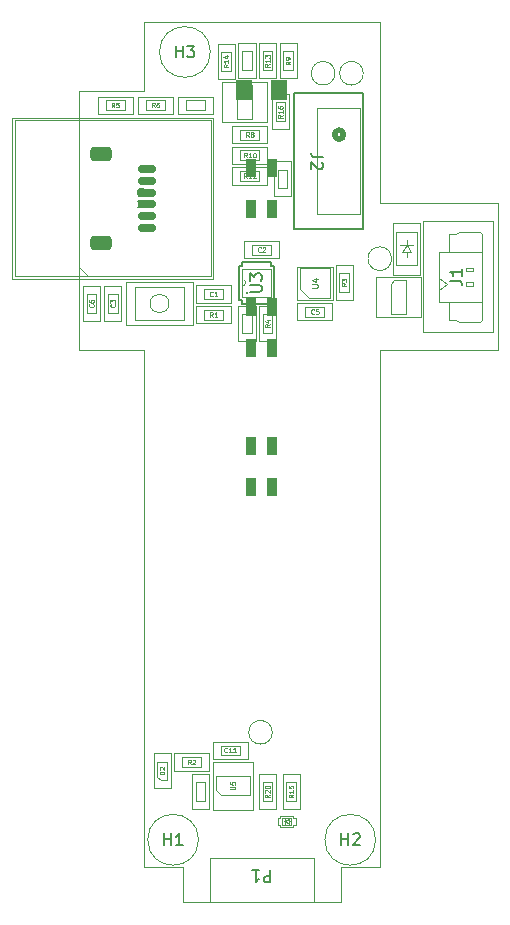
<source format=gbp>
%TF.GenerationSoftware,KiCad,Pcbnew,7.0.7*%
%TF.CreationDate,2023-10-18T20:35:36-04:00*%
%TF.ProjectId,room_environment_monitor,726f6f6d-5f65-46e7-9669-726f6e6d656e,rev?*%
%TF.SameCoordinates,Original*%
%TF.FileFunction,Paste,Bot*%
%TF.FilePolarity,Positive*%
%FSLAX46Y46*%
G04 Gerber Fmt 4.6, Leading zero omitted, Abs format (unit mm)*
G04 Created by KiCad (PCBNEW 7.0.7) date 2023-10-18 20:35:36*
%MOMM*%
%LPD*%
G01*
G04 APERTURE LIST*
G04 Aperture macros list*
%AMRoundRect*
0 Rectangle with rounded corners*
0 $1 Rounding radius*
0 $2 $3 $4 $5 $6 $7 $8 $9 X,Y pos of 4 corners*
0 Add a 4 corners polygon primitive as box body*
4,1,4,$2,$3,$4,$5,$6,$7,$8,$9,$2,$3,0*
0 Add four circle primitives for the rounded corners*
1,1,$1+$1,$2,$3*
1,1,$1+$1,$4,$5*
1,1,$1+$1,$6,$7*
1,1,$1+$1,$8,$9*
0 Add four rect primitives between the rounded corners*
20,1,$1+$1,$2,$3,$4,$5,0*
20,1,$1+$1,$4,$5,$6,$7,0*
20,1,$1+$1,$6,$7,$8,$9,0*
20,1,$1+$1,$8,$9,$2,$3,0*%
G04 Aperture macros list end*
%ADD10R,0.850000X1.600000*%
%ADD11RoundRect,0.150000X0.625000X-0.150000X0.625000X0.150000X-0.625000X0.150000X-0.625000X-0.150000X0*%
%ADD12RoundRect,0.250000X0.650000X-0.350000X0.650000X0.350000X-0.650000X0.350000X-0.650000X-0.350000X0*%
%ADD13RoundRect,0.250001X0.462499X0.624999X-0.462499X0.624999X-0.462499X-0.624999X0.462499X-0.624999X0*%
%TA.AperFunction,Profile*%
%ADD14C,0.100000*%
%TD*%
%ADD15C,0.050000*%
%ADD16C,0.152400*%
%ADD17C,0.060000*%
%ADD18C,0.150000*%
%ADD19C,0.075000*%
%ADD20C,0.100000*%
%ADD21C,0.025400*%
%ADD22C,0.508000*%
G04 APERTURE END LIST*
D10*
%TO.C,D4*%
X110875000Y-97600000D03*
X109125000Y-97600000D03*
X109125000Y-94100000D03*
X110875000Y-94100000D03*
%TD*%
D11*
%TO.C,J3*%
X100250000Y-87400000D03*
X100250000Y-86400000D03*
X100250000Y-85400000D03*
X100250000Y-84400000D03*
X100250000Y-83400000D03*
X100250000Y-82400000D03*
D12*
X96375000Y-88700000D03*
X96375000Y-81100000D03*
%TD*%
D10*
%TO.C,D3*%
X110875000Y-85800000D03*
X109125000Y-85800000D03*
X109125000Y-82300000D03*
X110875000Y-82300000D03*
%TD*%
%TO.C,D5*%
X110875000Y-109350000D03*
X109125000Y-109350000D03*
X109125000Y-105850000D03*
X110875000Y-105850000D03*
%TD*%
D13*
%TO.C,D6*%
X111500000Y-75750000D03*
X108525000Y-75750000D03*
%TD*%
D14*
X120000000Y-70000000D02*
X120000000Y-85250000D01*
X103300000Y-144500000D02*
X103300000Y-141500000D01*
X120000000Y-85250000D02*
X130000000Y-85250000D01*
X100000000Y-70000000D02*
X120000000Y-70000000D01*
X100000000Y-75800000D02*
X100000000Y-70000000D01*
X100000000Y-97750000D02*
X94500000Y-97750000D01*
X120000000Y-97750000D02*
X120000000Y-141500000D01*
X130000000Y-85250000D02*
X130000000Y-97750000D01*
X116700000Y-144500000D02*
X103300000Y-144500000D01*
X103300000Y-141500000D02*
X100000000Y-141500000D01*
X116700000Y-141500000D02*
X116700000Y-144500000D01*
X100000000Y-141500000D02*
X100000000Y-97750000D01*
X130000000Y-97750000D02*
X120000000Y-97750000D01*
X94500000Y-75800000D02*
X100000000Y-75800000D01*
X94500000Y-75800000D02*
X94500000Y-97750000D01*
X120000000Y-141500000D02*
X116700000Y-141500000D01*
D15*
%TO.C,R3*%
X116270000Y-93480000D02*
X116270000Y-90520000D01*
X117730000Y-93480000D02*
X116270000Y-93480000D01*
X116270000Y-90520000D02*
X117730000Y-90520000D01*
X117730000Y-90520000D02*
X117730000Y-93480000D01*
%TO.C,R9*%
X112980000Y-71770000D02*
X112980000Y-74730000D01*
X111520000Y-71770000D02*
X112980000Y-71770000D01*
X112980000Y-74730000D02*
X111520000Y-74730000D01*
X111520000Y-74730000D02*
X111520000Y-71770000D01*
%TO.C,R13*%
X111230000Y-71770000D02*
X111230000Y-74730000D01*
X109770000Y-71770000D02*
X111230000Y-71770000D01*
X111230000Y-74730000D02*
X109770000Y-74730000D01*
X109770000Y-74730000D02*
X109770000Y-71770000D01*
%TO.C,R8*%
X110480000Y-80230000D02*
X107520000Y-80230000D01*
X110480000Y-78770000D02*
X110480000Y-80230000D01*
X107520000Y-80230000D02*
X107520000Y-78770000D01*
X107520000Y-78770000D02*
X110480000Y-78770000D01*
%TO.C,C1*%
X104445000Y-92270000D02*
X107405000Y-92270000D01*
X104445000Y-93730000D02*
X104445000Y-92270000D01*
X107405000Y-92270000D02*
X107405000Y-93730000D01*
X107405000Y-93730000D02*
X104445000Y-93730000D01*
%TO.C,H1*%
X104650000Y-139200000D02*
G75*
G03*
X104650000Y-139200000I-2150000J0D01*
G01*
%TO.C,C2*%
X108520000Y-88520000D02*
X111480000Y-88520000D01*
X108520000Y-89980000D02*
X108520000Y-88520000D01*
X111480000Y-88520000D02*
X111480000Y-89980000D01*
X111480000Y-89980000D02*
X108520000Y-89980000D01*
%TO.C,Q3*%
X119642500Y-91550000D02*
X119642500Y-94950000D01*
X119642500Y-94950000D02*
X123482500Y-94950000D01*
X123482500Y-91550000D02*
X119642500Y-91550000D01*
X123482500Y-94950000D02*
X123482500Y-91550000D01*
%TO.C,U5*%
X105875000Y-136675000D02*
X109275000Y-136675000D01*
X109275000Y-136675000D02*
X109275000Y-132575000D01*
X105875000Y-132575000D02*
X105875000Y-136675000D01*
X109275000Y-132575000D02*
X105875000Y-132575000D01*
%TO.C,R11*%
X107520000Y-82270000D02*
X110480000Y-82270000D01*
X107520000Y-83730000D02*
X107520000Y-82270000D01*
X110480000Y-82270000D02*
X110480000Y-83730000D01*
X110480000Y-83730000D02*
X107520000Y-83730000D01*
%TO.C,U4*%
X112985000Y-93485000D02*
X112985000Y-90665000D01*
X116065000Y-93485000D02*
X112985000Y-93485000D01*
X112985000Y-90665000D02*
X116065000Y-90665000D01*
X116065000Y-90665000D02*
X116065000Y-93485000D01*
%TO.C,TP4*%
X110900000Y-130100000D02*
G75*
G03*
X110900000Y-130100000I-1000000J0D01*
G01*
D16*
%TO.C,U3*%
X108318201Y-93834200D02*
X108318201Y-93529400D01*
X110781801Y-93834200D02*
X108318201Y-93834200D01*
X110781801Y-93834200D02*
X110781801Y-93529400D01*
X108076801Y-93529400D02*
X108076801Y-90583000D01*
X108318201Y-93529400D02*
X108076801Y-93529400D01*
X111023201Y-93529400D02*
X110781801Y-93529400D01*
X108076801Y-90583000D02*
X108318201Y-90583000D01*
X110781801Y-90583000D02*
X111023201Y-90583000D01*
X111023201Y-90583000D02*
X111023201Y-93529400D01*
X108318201Y-90278200D02*
X108318201Y-90583000D01*
X108318201Y-90278200D02*
X110781801Y-90278200D01*
X110781801Y-90278200D02*
X110781801Y-90583000D01*
D15*
%TO.C,H2*%
X119650000Y-139200000D02*
G75*
G03*
X119650000Y-139200000I-2150000J0D01*
G01*
%TO.C,C7*%
X112480000Y-81770000D02*
X112480000Y-84730000D01*
X111020000Y-81770000D02*
X112480000Y-81770000D01*
X112480000Y-84730000D02*
X111020000Y-84730000D01*
X111020000Y-84730000D02*
X111020000Y-81770000D01*
%TO.C,H3*%
X105650000Y-72500000D02*
G75*
G03*
X105650000Y-72500000I-2150000J0D01*
G01*
%TO.C,R15*%
X111770000Y-136605000D02*
X111770000Y-133645000D01*
X113230000Y-136605000D02*
X111770000Y-136605000D01*
X111770000Y-133645000D02*
X113230000Y-133645000D01*
X113230000Y-133645000D02*
X113230000Y-136605000D01*
%TO.C,U2*%
X88900000Y-91700000D02*
X88900000Y-78100000D01*
X105900000Y-91700000D02*
X88900000Y-91700000D01*
X88900000Y-78100000D02*
X105900000Y-78100000D01*
X105900000Y-78100000D02*
X105900000Y-91700000D01*
D16*
%TO.C,J2*%
X118608200Y-76002199D02*
X112715400Y-76002199D01*
X112715400Y-76002199D02*
X112715400Y-87497801D01*
X118608200Y-87497801D02*
X118608200Y-76002199D01*
X112715400Y-87497801D02*
X118608200Y-87497801D01*
D15*
%TO.C,TP2*%
X118600000Y-74300000D02*
G75*
G03*
X118600000Y-74300000I-1000000J0D01*
G01*
%TO.C,C11*%
X105845000Y-130895000D02*
X108805000Y-130895000D01*
X105845000Y-132355000D02*
X105845000Y-130895000D01*
X108805000Y-130895000D02*
X108805000Y-132355000D01*
X108805000Y-132355000D02*
X105845000Y-132355000D01*
%TO.C,D7*%
X111375000Y-137370000D02*
X111375000Y-137930000D01*
X111375000Y-137930000D02*
X111575000Y-137930000D01*
X111575000Y-137200000D02*
X112675000Y-137200000D01*
X111575000Y-137370000D02*
X111375000Y-137370000D01*
X111575000Y-137370000D02*
X111575000Y-137200000D01*
X111575000Y-138100000D02*
X111575000Y-137930000D01*
X112675000Y-137200000D02*
X112675000Y-137370000D01*
X112675000Y-137370000D02*
X112875000Y-137370000D01*
X112675000Y-137930000D02*
X112675000Y-138100000D01*
X112675000Y-138100000D02*
X111575000Y-138100000D01*
X112875000Y-137370000D02*
X112875000Y-137930000D01*
X112875000Y-137930000D02*
X112675000Y-137930000D01*
%TO.C,R12*%
X109480000Y-71770000D02*
X109480000Y-74730000D01*
X108020000Y-71770000D02*
X109480000Y-71770000D01*
X109480000Y-74730000D02*
X108020000Y-74730000D01*
X108020000Y-74730000D02*
X108020000Y-71770000D01*
%TO.C,R14*%
X106270000Y-74767500D02*
X106270000Y-71807500D01*
X107730000Y-74767500D02*
X106270000Y-74767500D01*
X106270000Y-71807500D02*
X107730000Y-71807500D01*
X107730000Y-71807500D02*
X107730000Y-74767500D01*
%TO.C,R10*%
X107520000Y-80520000D02*
X110480000Y-80520000D01*
X107520000Y-81980000D02*
X107520000Y-80520000D01*
X110480000Y-80520000D02*
X110480000Y-81980000D01*
X110480000Y-81980000D02*
X107520000Y-81980000D01*
%TO.C,R1*%
X107405000Y-95480000D02*
X104445000Y-95480000D01*
X107405000Y-94020000D02*
X107405000Y-95480000D01*
X104445000Y-95480000D02*
X104445000Y-94020000D01*
X104445000Y-94020000D02*
X107405000Y-94020000D01*
%TO.C,R20*%
X109770000Y-136605000D02*
X109770000Y-133645000D01*
X111230000Y-136605000D02*
X109770000Y-136605000D01*
X109770000Y-133645000D02*
X111230000Y-133645000D01*
X111230000Y-133645000D02*
X111230000Y-136605000D01*
%TO.C,D2*%
X100845000Y-134855000D02*
X100845000Y-131895000D01*
X102305000Y-134855000D02*
X100845000Y-134855000D01*
X100845000Y-131895000D02*
X102305000Y-131895000D01*
X102305000Y-131895000D02*
X102305000Y-134855000D01*
%TO.C,C10*%
X104095000Y-136605000D02*
X104095000Y-133645000D01*
X105555000Y-136605000D02*
X104095000Y-136605000D01*
X104095000Y-133645000D02*
X105555000Y-133645000D01*
X105555000Y-133645000D02*
X105555000Y-136605000D01*
%TO.C,R5*%
X99080000Y-77730000D02*
X96120000Y-77730000D01*
X99080000Y-76270000D02*
X99080000Y-77730000D01*
X96120000Y-77730000D02*
X96120000Y-76270000D01*
X96120000Y-76270000D02*
X99080000Y-76270000D01*
%TO.C,J1*%
X123675000Y-96245000D02*
X129575000Y-96245000D01*
X129575000Y-96245000D02*
X129575000Y-86805000D01*
X123675000Y-86805000D02*
X123675000Y-96245000D01*
X129575000Y-86805000D02*
X123675000Y-86805000D01*
%TO.C,R6*%
X99520000Y-76270000D02*
X102480000Y-76270000D01*
X99520000Y-77730000D02*
X99520000Y-76270000D01*
X102480000Y-76270000D02*
X102480000Y-77730000D01*
X102480000Y-77730000D02*
X99520000Y-77730000D01*
%TO.C,R16*%
X112330000Y-76095000D02*
X112330000Y-79055000D01*
X110870000Y-76095000D02*
X112330000Y-76095000D01*
X112330000Y-79055000D02*
X110870000Y-79055000D01*
X110870000Y-79055000D02*
X110870000Y-76095000D01*
%TO.C,C5*%
X115980000Y-95230000D02*
X113020000Y-95230000D01*
X115980000Y-93770000D02*
X115980000Y-95230000D01*
X113020000Y-95230000D02*
X113020000Y-93770000D01*
X113020000Y-93770000D02*
X115980000Y-93770000D01*
%TO.C,SW1*%
X104150000Y-95600000D02*
X98550000Y-95600000D01*
X104150000Y-92000000D02*
X104150000Y-95600000D01*
X98550000Y-95600000D02*
X98550000Y-92000000D01*
X98550000Y-92000000D02*
X104150000Y-92000000D01*
%TO.C,R2*%
X105555000Y-133355000D02*
X102595000Y-133355000D01*
X105555000Y-131895000D02*
X105555000Y-133355000D01*
X102595000Y-133355000D02*
X102595000Y-131895000D01*
X102595000Y-131895000D02*
X105555000Y-131895000D01*
%TO.C,C4*%
X109480000Y-94020000D02*
X109480000Y-96980000D01*
X108020000Y-94020000D02*
X109480000Y-94020000D01*
X109480000Y-96980000D02*
X108020000Y-96980000D01*
X108020000Y-96980000D02*
X108020000Y-94020000D01*
%TO.C,R4*%
X109770000Y-96980000D02*
X109770000Y-94020000D01*
X111230000Y-96980000D02*
X109770000Y-96980000D01*
X109770000Y-94020000D02*
X111230000Y-94020000D01*
X111230000Y-94020000D02*
X111230000Y-96980000D01*
%TO.C,C3*%
X98130000Y-92320000D02*
X98130000Y-95280000D01*
X96670000Y-92320000D02*
X98130000Y-92320000D01*
X98130000Y-95280000D02*
X96670000Y-95280000D01*
X96670000Y-95280000D02*
X96670000Y-92320000D01*
%TO.C,TP3*%
X116200000Y-74300000D02*
G75*
G03*
X116200000Y-74300000I-1000000J0D01*
G01*
%TO.C,C6*%
X96330000Y-92320000D02*
X96330000Y-95280000D01*
X94870000Y-92320000D02*
X96330000Y-92320000D01*
X96330000Y-95280000D02*
X94870000Y-95280000D01*
X94870000Y-95280000D02*
X94870000Y-92320000D01*
%TO.C,D1*%
X123425000Y-86950000D02*
X121125000Y-86950000D01*
X123425000Y-86950000D02*
X123425000Y-91350000D01*
X123425000Y-91350000D02*
X121125000Y-91350000D01*
X121125000Y-91350000D02*
X121125000Y-86950000D01*
%TO.C,R7*%
X102920000Y-76270000D02*
X105880000Y-76270000D01*
X102920000Y-77730000D02*
X102920000Y-76270000D01*
X105880000Y-76270000D02*
X105880000Y-77730000D01*
X105880000Y-77730000D02*
X102920000Y-77730000D01*
%TO.C,TP1*%
X121000000Y-90000000D02*
G75*
G03*
X121000000Y-90000000I-1000000J0D01*
G01*
%TO.C,Q1*%
X106642500Y-75050000D02*
X106642500Y-78450000D01*
X106642500Y-78450000D02*
X110482500Y-78450000D01*
X110482500Y-75050000D02*
X106642500Y-75050000D01*
X110482500Y-78450000D02*
X110482500Y-75050000D01*
%TD*%
D17*
X117181927Y-92066666D02*
X116991451Y-92199999D01*
X117181927Y-92295237D02*
X116781927Y-92295237D01*
X116781927Y-92295237D02*
X116781927Y-92142856D01*
X116781927Y-92142856D02*
X116800975Y-92104761D01*
X116800975Y-92104761D02*
X116820022Y-92085714D01*
X116820022Y-92085714D02*
X116858118Y-92066666D01*
X116858118Y-92066666D02*
X116915260Y-92066666D01*
X116915260Y-92066666D02*
X116953356Y-92085714D01*
X116953356Y-92085714D02*
X116972403Y-92104761D01*
X116972403Y-92104761D02*
X116991451Y-92142856D01*
X116991451Y-92142856D02*
X116991451Y-92295237D01*
X116781927Y-91933333D02*
X116781927Y-91685714D01*
X116781927Y-91685714D02*
X116934308Y-91819047D01*
X116934308Y-91819047D02*
X116934308Y-91761904D01*
X116934308Y-91761904D02*
X116953356Y-91723809D01*
X116953356Y-91723809D02*
X116972403Y-91704761D01*
X116972403Y-91704761D02*
X117010499Y-91685714D01*
X117010499Y-91685714D02*
X117105737Y-91685714D01*
X117105737Y-91685714D02*
X117143832Y-91704761D01*
X117143832Y-91704761D02*
X117162880Y-91723809D01*
X117162880Y-91723809D02*
X117181927Y-91761904D01*
X117181927Y-91761904D02*
X117181927Y-91876190D01*
X117181927Y-91876190D02*
X117162880Y-91914285D01*
X117162880Y-91914285D02*
X117143832Y-91933333D01*
X112431927Y-73316666D02*
X112241451Y-73449999D01*
X112431927Y-73545237D02*
X112031927Y-73545237D01*
X112031927Y-73545237D02*
X112031927Y-73392856D01*
X112031927Y-73392856D02*
X112050975Y-73354761D01*
X112050975Y-73354761D02*
X112070022Y-73335714D01*
X112070022Y-73335714D02*
X112108118Y-73316666D01*
X112108118Y-73316666D02*
X112165260Y-73316666D01*
X112165260Y-73316666D02*
X112203356Y-73335714D01*
X112203356Y-73335714D02*
X112222403Y-73354761D01*
X112222403Y-73354761D02*
X112241451Y-73392856D01*
X112241451Y-73392856D02*
X112241451Y-73545237D01*
X112431927Y-73126190D02*
X112431927Y-73049999D01*
X112431927Y-73049999D02*
X112412880Y-73011904D01*
X112412880Y-73011904D02*
X112393832Y-72992856D01*
X112393832Y-72992856D02*
X112336689Y-72954761D01*
X112336689Y-72954761D02*
X112260499Y-72935714D01*
X112260499Y-72935714D02*
X112108118Y-72935714D01*
X112108118Y-72935714D02*
X112070022Y-72954761D01*
X112070022Y-72954761D02*
X112050975Y-72973809D01*
X112050975Y-72973809D02*
X112031927Y-73011904D01*
X112031927Y-73011904D02*
X112031927Y-73088095D01*
X112031927Y-73088095D02*
X112050975Y-73126190D01*
X112050975Y-73126190D02*
X112070022Y-73145237D01*
X112070022Y-73145237D02*
X112108118Y-73164285D01*
X112108118Y-73164285D02*
X112203356Y-73164285D01*
X112203356Y-73164285D02*
X112241451Y-73145237D01*
X112241451Y-73145237D02*
X112260499Y-73126190D01*
X112260499Y-73126190D02*
X112279546Y-73088095D01*
X112279546Y-73088095D02*
X112279546Y-73011904D01*
X112279546Y-73011904D02*
X112260499Y-72973809D01*
X112260499Y-72973809D02*
X112241451Y-72954761D01*
X112241451Y-72954761D02*
X112203356Y-72935714D01*
X110681927Y-73507142D02*
X110491451Y-73640475D01*
X110681927Y-73735713D02*
X110281927Y-73735713D01*
X110281927Y-73735713D02*
X110281927Y-73583332D01*
X110281927Y-73583332D02*
X110300975Y-73545237D01*
X110300975Y-73545237D02*
X110320022Y-73526190D01*
X110320022Y-73526190D02*
X110358118Y-73507142D01*
X110358118Y-73507142D02*
X110415260Y-73507142D01*
X110415260Y-73507142D02*
X110453356Y-73526190D01*
X110453356Y-73526190D02*
X110472403Y-73545237D01*
X110472403Y-73545237D02*
X110491451Y-73583332D01*
X110491451Y-73583332D02*
X110491451Y-73735713D01*
X110681927Y-73126190D02*
X110681927Y-73354761D01*
X110681927Y-73240475D02*
X110281927Y-73240475D01*
X110281927Y-73240475D02*
X110339070Y-73278571D01*
X110339070Y-73278571D02*
X110377165Y-73316666D01*
X110377165Y-73316666D02*
X110396213Y-73354761D01*
X110281927Y-72992857D02*
X110281927Y-72745238D01*
X110281927Y-72745238D02*
X110434308Y-72878571D01*
X110434308Y-72878571D02*
X110434308Y-72821428D01*
X110434308Y-72821428D02*
X110453356Y-72783333D01*
X110453356Y-72783333D02*
X110472403Y-72764285D01*
X110472403Y-72764285D02*
X110510499Y-72745238D01*
X110510499Y-72745238D02*
X110605737Y-72745238D01*
X110605737Y-72745238D02*
X110643832Y-72764285D01*
X110643832Y-72764285D02*
X110662880Y-72783333D01*
X110662880Y-72783333D02*
X110681927Y-72821428D01*
X110681927Y-72821428D02*
X110681927Y-72935714D01*
X110681927Y-72935714D02*
X110662880Y-72973809D01*
X110662880Y-72973809D02*
X110643832Y-72992857D01*
X108933333Y-79681927D02*
X108800000Y-79491451D01*
X108704762Y-79681927D02*
X108704762Y-79281927D01*
X108704762Y-79281927D02*
X108857143Y-79281927D01*
X108857143Y-79281927D02*
X108895238Y-79300975D01*
X108895238Y-79300975D02*
X108914285Y-79320022D01*
X108914285Y-79320022D02*
X108933333Y-79358118D01*
X108933333Y-79358118D02*
X108933333Y-79415260D01*
X108933333Y-79415260D02*
X108914285Y-79453356D01*
X108914285Y-79453356D02*
X108895238Y-79472403D01*
X108895238Y-79472403D02*
X108857143Y-79491451D01*
X108857143Y-79491451D02*
X108704762Y-79491451D01*
X109161904Y-79453356D02*
X109123809Y-79434308D01*
X109123809Y-79434308D02*
X109104762Y-79415260D01*
X109104762Y-79415260D02*
X109085714Y-79377165D01*
X109085714Y-79377165D02*
X109085714Y-79358118D01*
X109085714Y-79358118D02*
X109104762Y-79320022D01*
X109104762Y-79320022D02*
X109123809Y-79300975D01*
X109123809Y-79300975D02*
X109161904Y-79281927D01*
X109161904Y-79281927D02*
X109238095Y-79281927D01*
X109238095Y-79281927D02*
X109276190Y-79300975D01*
X109276190Y-79300975D02*
X109295238Y-79320022D01*
X109295238Y-79320022D02*
X109314285Y-79358118D01*
X109314285Y-79358118D02*
X109314285Y-79377165D01*
X109314285Y-79377165D02*
X109295238Y-79415260D01*
X109295238Y-79415260D02*
X109276190Y-79434308D01*
X109276190Y-79434308D02*
X109238095Y-79453356D01*
X109238095Y-79453356D02*
X109161904Y-79453356D01*
X109161904Y-79453356D02*
X109123809Y-79472403D01*
X109123809Y-79472403D02*
X109104762Y-79491451D01*
X109104762Y-79491451D02*
X109085714Y-79529546D01*
X109085714Y-79529546D02*
X109085714Y-79605737D01*
X109085714Y-79605737D02*
X109104762Y-79643832D01*
X109104762Y-79643832D02*
X109123809Y-79662880D01*
X109123809Y-79662880D02*
X109161904Y-79681927D01*
X109161904Y-79681927D02*
X109238095Y-79681927D01*
X109238095Y-79681927D02*
X109276190Y-79662880D01*
X109276190Y-79662880D02*
X109295238Y-79643832D01*
X109295238Y-79643832D02*
X109314285Y-79605737D01*
X109314285Y-79605737D02*
X109314285Y-79529546D01*
X109314285Y-79529546D02*
X109295238Y-79491451D01*
X109295238Y-79491451D02*
X109276190Y-79472403D01*
X109276190Y-79472403D02*
X109238095Y-79453356D01*
X105858333Y-93143832D02*
X105839285Y-93162880D01*
X105839285Y-93162880D02*
X105782143Y-93181927D01*
X105782143Y-93181927D02*
X105744047Y-93181927D01*
X105744047Y-93181927D02*
X105686904Y-93162880D01*
X105686904Y-93162880D02*
X105648809Y-93124784D01*
X105648809Y-93124784D02*
X105629762Y-93086689D01*
X105629762Y-93086689D02*
X105610714Y-93010499D01*
X105610714Y-93010499D02*
X105610714Y-92953356D01*
X105610714Y-92953356D02*
X105629762Y-92877165D01*
X105629762Y-92877165D02*
X105648809Y-92839070D01*
X105648809Y-92839070D02*
X105686904Y-92800975D01*
X105686904Y-92800975D02*
X105744047Y-92781927D01*
X105744047Y-92781927D02*
X105782143Y-92781927D01*
X105782143Y-92781927D02*
X105839285Y-92800975D01*
X105839285Y-92800975D02*
X105858333Y-92820022D01*
X106239285Y-93181927D02*
X106010714Y-93181927D01*
X106125000Y-93181927D02*
X106125000Y-92781927D01*
X106125000Y-92781927D02*
X106086904Y-92839070D01*
X106086904Y-92839070D02*
X106048809Y-92877165D01*
X106048809Y-92877165D02*
X106010714Y-92896213D01*
D18*
X101738095Y-139654819D02*
X101738095Y-138654819D01*
X101738095Y-139131009D02*
X102309523Y-139131009D01*
X102309523Y-139654819D02*
X102309523Y-138654819D01*
X103309523Y-139654819D02*
X102738095Y-139654819D01*
X103023809Y-139654819D02*
X103023809Y-138654819D01*
X103023809Y-138654819D02*
X102928571Y-138797676D01*
X102928571Y-138797676D02*
X102833333Y-138892914D01*
X102833333Y-138892914D02*
X102738095Y-138940533D01*
D17*
X109933333Y-89393832D02*
X109914285Y-89412880D01*
X109914285Y-89412880D02*
X109857143Y-89431927D01*
X109857143Y-89431927D02*
X109819047Y-89431927D01*
X109819047Y-89431927D02*
X109761904Y-89412880D01*
X109761904Y-89412880D02*
X109723809Y-89374784D01*
X109723809Y-89374784D02*
X109704762Y-89336689D01*
X109704762Y-89336689D02*
X109685714Y-89260499D01*
X109685714Y-89260499D02*
X109685714Y-89203356D01*
X109685714Y-89203356D02*
X109704762Y-89127165D01*
X109704762Y-89127165D02*
X109723809Y-89089070D01*
X109723809Y-89089070D02*
X109761904Y-89050975D01*
X109761904Y-89050975D02*
X109819047Y-89031927D01*
X109819047Y-89031927D02*
X109857143Y-89031927D01*
X109857143Y-89031927D02*
X109914285Y-89050975D01*
X109914285Y-89050975D02*
X109933333Y-89070022D01*
X110085714Y-89070022D02*
X110104762Y-89050975D01*
X110104762Y-89050975D02*
X110142857Y-89031927D01*
X110142857Y-89031927D02*
X110238095Y-89031927D01*
X110238095Y-89031927D02*
X110276190Y-89050975D01*
X110276190Y-89050975D02*
X110295238Y-89070022D01*
X110295238Y-89070022D02*
X110314285Y-89108118D01*
X110314285Y-89108118D02*
X110314285Y-89146213D01*
X110314285Y-89146213D02*
X110295238Y-89203356D01*
X110295238Y-89203356D02*
X110066666Y-89431927D01*
X110066666Y-89431927D02*
X110314285Y-89431927D01*
X107356927Y-134929761D02*
X107680737Y-134929761D01*
X107680737Y-134929761D02*
X107718832Y-134910714D01*
X107718832Y-134910714D02*
X107737880Y-134891666D01*
X107737880Y-134891666D02*
X107756927Y-134853571D01*
X107756927Y-134853571D02*
X107756927Y-134777380D01*
X107756927Y-134777380D02*
X107737880Y-134739285D01*
X107737880Y-134739285D02*
X107718832Y-134720238D01*
X107718832Y-134720238D02*
X107680737Y-134701190D01*
X107680737Y-134701190D02*
X107356927Y-134701190D01*
X107356927Y-134320237D02*
X107356927Y-134510713D01*
X107356927Y-134510713D02*
X107547403Y-134529761D01*
X107547403Y-134529761D02*
X107528356Y-134510713D01*
X107528356Y-134510713D02*
X107509308Y-134472618D01*
X107509308Y-134472618D02*
X107509308Y-134377380D01*
X107509308Y-134377380D02*
X107528356Y-134339285D01*
X107528356Y-134339285D02*
X107547403Y-134320237D01*
X107547403Y-134320237D02*
X107585499Y-134301190D01*
X107585499Y-134301190D02*
X107680737Y-134301190D01*
X107680737Y-134301190D02*
X107718832Y-134320237D01*
X107718832Y-134320237D02*
X107737880Y-134339285D01*
X107737880Y-134339285D02*
X107756927Y-134377380D01*
X107756927Y-134377380D02*
X107756927Y-134472618D01*
X107756927Y-134472618D02*
X107737880Y-134510713D01*
X107737880Y-134510713D02*
X107718832Y-134529761D01*
X108742857Y-83181927D02*
X108609524Y-82991451D01*
X108514286Y-83181927D02*
X108514286Y-82781927D01*
X108514286Y-82781927D02*
X108666667Y-82781927D01*
X108666667Y-82781927D02*
X108704762Y-82800975D01*
X108704762Y-82800975D02*
X108723809Y-82820022D01*
X108723809Y-82820022D02*
X108742857Y-82858118D01*
X108742857Y-82858118D02*
X108742857Y-82915260D01*
X108742857Y-82915260D02*
X108723809Y-82953356D01*
X108723809Y-82953356D02*
X108704762Y-82972403D01*
X108704762Y-82972403D02*
X108666667Y-82991451D01*
X108666667Y-82991451D02*
X108514286Y-82991451D01*
X109123809Y-83181927D02*
X108895238Y-83181927D01*
X109009524Y-83181927D02*
X109009524Y-82781927D01*
X109009524Y-82781927D02*
X108971428Y-82839070D01*
X108971428Y-82839070D02*
X108933333Y-82877165D01*
X108933333Y-82877165D02*
X108895238Y-82896213D01*
X109504761Y-83181927D02*
X109276190Y-83181927D01*
X109390476Y-83181927D02*
X109390476Y-82781927D01*
X109390476Y-82781927D02*
X109352380Y-82839070D01*
X109352380Y-82839070D02*
X109314285Y-82877165D01*
X109314285Y-82877165D02*
X109276190Y-82896213D01*
D18*
X110738094Y-141795182D02*
X110738094Y-142795182D01*
X110738094Y-142795182D02*
X110357142Y-142795182D01*
X110357142Y-142795182D02*
X110261904Y-142747563D01*
X110261904Y-142747563D02*
X110214285Y-142699944D01*
X110214285Y-142699944D02*
X110166666Y-142604706D01*
X110166666Y-142604706D02*
X110166666Y-142461849D01*
X110166666Y-142461849D02*
X110214285Y-142366611D01*
X110214285Y-142366611D02*
X110261904Y-142318992D01*
X110261904Y-142318992D02*
X110357142Y-142271373D01*
X110357142Y-142271373D02*
X110738094Y-142271373D01*
X109214285Y-141795182D02*
X109785713Y-141795182D01*
X109499999Y-141795182D02*
X109499999Y-142795182D01*
X109499999Y-142795182D02*
X109595237Y-142652325D01*
X109595237Y-142652325D02*
X109690475Y-142557087D01*
X109690475Y-142557087D02*
X109785713Y-142509468D01*
D19*
X114252409Y-92455952D02*
X114657171Y-92455952D01*
X114657171Y-92455952D02*
X114704790Y-92432142D01*
X114704790Y-92432142D02*
X114728600Y-92408333D01*
X114728600Y-92408333D02*
X114752409Y-92360714D01*
X114752409Y-92360714D02*
X114752409Y-92265476D01*
X114752409Y-92265476D02*
X114728600Y-92217857D01*
X114728600Y-92217857D02*
X114704790Y-92194047D01*
X114704790Y-92194047D02*
X114657171Y-92170238D01*
X114657171Y-92170238D02*
X114252409Y-92170238D01*
X114419076Y-91717856D02*
X114752409Y-91717856D01*
X114228600Y-91836904D02*
X114585742Y-91955951D01*
X114585742Y-91955951D02*
X114585742Y-91646428D01*
D18*
X109004820Y-92818104D02*
X109814343Y-92818104D01*
X109814343Y-92818104D02*
X109909581Y-92770485D01*
X109909581Y-92770485D02*
X109957201Y-92722866D01*
X109957201Y-92722866D02*
X110004820Y-92627628D01*
X110004820Y-92627628D02*
X110004820Y-92437152D01*
X110004820Y-92437152D02*
X109957201Y-92341914D01*
X109957201Y-92341914D02*
X109909581Y-92294295D01*
X109909581Y-92294295D02*
X109814343Y-92246676D01*
X109814343Y-92246676D02*
X109004820Y-92246676D01*
X109004820Y-91865723D02*
X109004820Y-91246676D01*
X109004820Y-91246676D02*
X109385772Y-91580009D01*
X109385772Y-91580009D02*
X109385772Y-91437152D01*
X109385772Y-91437152D02*
X109433391Y-91341914D01*
X109433391Y-91341914D02*
X109481010Y-91294295D01*
X109481010Y-91294295D02*
X109576248Y-91246676D01*
X109576248Y-91246676D02*
X109814343Y-91246676D01*
X109814343Y-91246676D02*
X109909581Y-91294295D01*
X109909581Y-91294295D02*
X109957201Y-91341914D01*
X109957201Y-91341914D02*
X110004820Y-91437152D01*
X110004820Y-91437152D02*
X110004820Y-91722866D01*
X110004820Y-91722866D02*
X109957201Y-91818104D01*
X109957201Y-91818104D02*
X109909581Y-91865723D01*
X116738095Y-139654819D02*
X116738095Y-138654819D01*
X116738095Y-139131009D02*
X117309523Y-139131009D01*
X117309523Y-139654819D02*
X117309523Y-138654819D01*
X117738095Y-138750057D02*
X117785714Y-138702438D01*
X117785714Y-138702438D02*
X117880952Y-138654819D01*
X117880952Y-138654819D02*
X118119047Y-138654819D01*
X118119047Y-138654819D02*
X118214285Y-138702438D01*
X118214285Y-138702438D02*
X118261904Y-138750057D01*
X118261904Y-138750057D02*
X118309523Y-138845295D01*
X118309523Y-138845295D02*
X118309523Y-138940533D01*
X118309523Y-138940533D02*
X118261904Y-139083390D01*
X118261904Y-139083390D02*
X117690476Y-139654819D01*
X117690476Y-139654819D02*
X118309523Y-139654819D01*
X102738095Y-72954819D02*
X102738095Y-71954819D01*
X102738095Y-72431009D02*
X103309523Y-72431009D01*
X103309523Y-72954819D02*
X103309523Y-71954819D01*
X103690476Y-71954819D02*
X104309523Y-71954819D01*
X104309523Y-71954819D02*
X103976190Y-72335771D01*
X103976190Y-72335771D02*
X104119047Y-72335771D01*
X104119047Y-72335771D02*
X104214285Y-72383390D01*
X104214285Y-72383390D02*
X104261904Y-72431009D01*
X104261904Y-72431009D02*
X104309523Y-72526247D01*
X104309523Y-72526247D02*
X104309523Y-72764342D01*
X104309523Y-72764342D02*
X104261904Y-72859580D01*
X104261904Y-72859580D02*
X104214285Y-72907200D01*
X104214285Y-72907200D02*
X104119047Y-72954819D01*
X104119047Y-72954819D02*
X103833333Y-72954819D01*
X103833333Y-72954819D02*
X103738095Y-72907200D01*
X103738095Y-72907200D02*
X103690476Y-72859580D01*
D17*
X112681927Y-135382142D02*
X112491451Y-135515475D01*
X112681927Y-135610713D02*
X112281927Y-135610713D01*
X112281927Y-135610713D02*
X112281927Y-135458332D01*
X112281927Y-135458332D02*
X112300975Y-135420237D01*
X112300975Y-135420237D02*
X112320022Y-135401190D01*
X112320022Y-135401190D02*
X112358118Y-135382142D01*
X112358118Y-135382142D02*
X112415260Y-135382142D01*
X112415260Y-135382142D02*
X112453356Y-135401190D01*
X112453356Y-135401190D02*
X112472403Y-135420237D01*
X112472403Y-135420237D02*
X112491451Y-135458332D01*
X112491451Y-135458332D02*
X112491451Y-135610713D01*
X112681927Y-135001190D02*
X112681927Y-135229761D01*
X112681927Y-135115475D02*
X112281927Y-135115475D01*
X112281927Y-135115475D02*
X112339070Y-135153571D01*
X112339070Y-135153571D02*
X112377165Y-135191666D01*
X112377165Y-135191666D02*
X112396213Y-135229761D01*
X112281927Y-134639285D02*
X112281927Y-134829761D01*
X112281927Y-134829761D02*
X112472403Y-134848809D01*
X112472403Y-134848809D02*
X112453356Y-134829761D01*
X112453356Y-134829761D02*
X112434308Y-134791666D01*
X112434308Y-134791666D02*
X112434308Y-134696428D01*
X112434308Y-134696428D02*
X112453356Y-134658333D01*
X112453356Y-134658333D02*
X112472403Y-134639285D01*
X112472403Y-134639285D02*
X112510499Y-134620238D01*
X112510499Y-134620238D02*
X112605737Y-134620238D01*
X112605737Y-134620238D02*
X112643832Y-134639285D01*
X112643832Y-134639285D02*
X112662880Y-134658333D01*
X112662880Y-134658333D02*
X112681927Y-134696428D01*
X112681927Y-134696428D02*
X112681927Y-134791666D01*
X112681927Y-134791666D02*
X112662880Y-134829761D01*
X112662880Y-134829761D02*
X112643832Y-134848809D01*
D18*
X99554819Y-85661904D02*
X100364342Y-85661904D01*
X100364342Y-85661904D02*
X100459580Y-85614285D01*
X100459580Y-85614285D02*
X100507200Y-85566666D01*
X100507200Y-85566666D02*
X100554819Y-85471428D01*
X100554819Y-85471428D02*
X100554819Y-85280952D01*
X100554819Y-85280952D02*
X100507200Y-85185714D01*
X100507200Y-85185714D02*
X100459580Y-85138095D01*
X100459580Y-85138095D02*
X100364342Y-85090476D01*
X100364342Y-85090476D02*
X99554819Y-85090476D01*
X99650057Y-84661904D02*
X99602438Y-84614285D01*
X99602438Y-84614285D02*
X99554819Y-84519047D01*
X99554819Y-84519047D02*
X99554819Y-84280952D01*
X99554819Y-84280952D02*
X99602438Y-84185714D01*
X99602438Y-84185714D02*
X99650057Y-84138095D01*
X99650057Y-84138095D02*
X99745295Y-84090476D01*
X99745295Y-84090476D02*
X99840533Y-84090476D01*
X99840533Y-84090476D02*
X99983390Y-84138095D01*
X99983390Y-84138095D02*
X100554819Y-84709523D01*
X100554819Y-84709523D02*
X100554819Y-84090476D01*
X115190980Y-81416666D02*
X114476695Y-81416666D01*
X114476695Y-81416666D02*
X114333838Y-81369047D01*
X114333838Y-81369047D02*
X114238600Y-81273809D01*
X114238600Y-81273809D02*
X114190980Y-81130952D01*
X114190980Y-81130952D02*
X114190980Y-81035714D01*
X115095742Y-81845238D02*
X115143361Y-81892857D01*
X115143361Y-81892857D02*
X115190980Y-81988095D01*
X115190980Y-81988095D02*
X115190980Y-82226190D01*
X115190980Y-82226190D02*
X115143361Y-82321428D01*
X115143361Y-82321428D02*
X115095742Y-82369047D01*
X115095742Y-82369047D02*
X115000504Y-82416666D01*
X115000504Y-82416666D02*
X114905266Y-82416666D01*
X114905266Y-82416666D02*
X114762409Y-82369047D01*
X114762409Y-82369047D02*
X114190980Y-81797619D01*
X114190980Y-81797619D02*
X114190980Y-82416666D01*
D17*
X107067857Y-131768832D02*
X107048809Y-131787880D01*
X107048809Y-131787880D02*
X106991667Y-131806927D01*
X106991667Y-131806927D02*
X106953571Y-131806927D01*
X106953571Y-131806927D02*
X106896428Y-131787880D01*
X106896428Y-131787880D02*
X106858333Y-131749784D01*
X106858333Y-131749784D02*
X106839286Y-131711689D01*
X106839286Y-131711689D02*
X106820238Y-131635499D01*
X106820238Y-131635499D02*
X106820238Y-131578356D01*
X106820238Y-131578356D02*
X106839286Y-131502165D01*
X106839286Y-131502165D02*
X106858333Y-131464070D01*
X106858333Y-131464070D02*
X106896428Y-131425975D01*
X106896428Y-131425975D02*
X106953571Y-131406927D01*
X106953571Y-131406927D02*
X106991667Y-131406927D01*
X106991667Y-131406927D02*
X107048809Y-131425975D01*
X107048809Y-131425975D02*
X107067857Y-131445022D01*
X107448809Y-131806927D02*
X107220238Y-131806927D01*
X107334524Y-131806927D02*
X107334524Y-131406927D01*
X107334524Y-131406927D02*
X107296428Y-131464070D01*
X107296428Y-131464070D02*
X107258333Y-131502165D01*
X107258333Y-131502165D02*
X107220238Y-131521213D01*
X107829761Y-131806927D02*
X107601190Y-131806927D01*
X107715476Y-131806927D02*
X107715476Y-131406927D01*
X107715476Y-131406927D02*
X107677380Y-131464070D01*
X107677380Y-131464070D02*
X107639285Y-131502165D01*
X107639285Y-131502165D02*
X107601190Y-131521213D01*
X107181927Y-73544642D02*
X106991451Y-73677975D01*
X107181927Y-73773213D02*
X106781927Y-73773213D01*
X106781927Y-73773213D02*
X106781927Y-73620832D01*
X106781927Y-73620832D02*
X106800975Y-73582737D01*
X106800975Y-73582737D02*
X106820022Y-73563690D01*
X106820022Y-73563690D02*
X106858118Y-73544642D01*
X106858118Y-73544642D02*
X106915260Y-73544642D01*
X106915260Y-73544642D02*
X106953356Y-73563690D01*
X106953356Y-73563690D02*
X106972403Y-73582737D01*
X106972403Y-73582737D02*
X106991451Y-73620832D01*
X106991451Y-73620832D02*
X106991451Y-73773213D01*
X107181927Y-73163690D02*
X107181927Y-73392261D01*
X107181927Y-73277975D02*
X106781927Y-73277975D01*
X106781927Y-73277975D02*
X106839070Y-73316071D01*
X106839070Y-73316071D02*
X106877165Y-73354166D01*
X106877165Y-73354166D02*
X106896213Y-73392261D01*
X106915260Y-72820833D02*
X107181927Y-72820833D01*
X106762880Y-72916071D02*
X107048594Y-73011309D01*
X107048594Y-73011309D02*
X107048594Y-72763690D01*
X108742857Y-81431927D02*
X108609524Y-81241451D01*
X108514286Y-81431927D02*
X108514286Y-81031927D01*
X108514286Y-81031927D02*
X108666667Y-81031927D01*
X108666667Y-81031927D02*
X108704762Y-81050975D01*
X108704762Y-81050975D02*
X108723809Y-81070022D01*
X108723809Y-81070022D02*
X108742857Y-81108118D01*
X108742857Y-81108118D02*
X108742857Y-81165260D01*
X108742857Y-81165260D02*
X108723809Y-81203356D01*
X108723809Y-81203356D02*
X108704762Y-81222403D01*
X108704762Y-81222403D02*
X108666667Y-81241451D01*
X108666667Y-81241451D02*
X108514286Y-81241451D01*
X109123809Y-81431927D02*
X108895238Y-81431927D01*
X109009524Y-81431927D02*
X109009524Y-81031927D01*
X109009524Y-81031927D02*
X108971428Y-81089070D01*
X108971428Y-81089070D02*
X108933333Y-81127165D01*
X108933333Y-81127165D02*
X108895238Y-81146213D01*
X109371428Y-81031927D02*
X109409523Y-81031927D01*
X109409523Y-81031927D02*
X109447619Y-81050975D01*
X109447619Y-81050975D02*
X109466666Y-81070022D01*
X109466666Y-81070022D02*
X109485714Y-81108118D01*
X109485714Y-81108118D02*
X109504761Y-81184308D01*
X109504761Y-81184308D02*
X109504761Y-81279546D01*
X109504761Y-81279546D02*
X109485714Y-81355737D01*
X109485714Y-81355737D02*
X109466666Y-81393832D01*
X109466666Y-81393832D02*
X109447619Y-81412880D01*
X109447619Y-81412880D02*
X109409523Y-81431927D01*
X109409523Y-81431927D02*
X109371428Y-81431927D01*
X109371428Y-81431927D02*
X109333333Y-81412880D01*
X109333333Y-81412880D02*
X109314285Y-81393832D01*
X109314285Y-81393832D02*
X109295238Y-81355737D01*
X109295238Y-81355737D02*
X109276190Y-81279546D01*
X109276190Y-81279546D02*
X109276190Y-81184308D01*
X109276190Y-81184308D02*
X109295238Y-81108118D01*
X109295238Y-81108118D02*
X109314285Y-81070022D01*
X109314285Y-81070022D02*
X109333333Y-81050975D01*
X109333333Y-81050975D02*
X109371428Y-81031927D01*
X105858333Y-94931927D02*
X105725000Y-94741451D01*
X105629762Y-94931927D02*
X105629762Y-94531927D01*
X105629762Y-94531927D02*
X105782143Y-94531927D01*
X105782143Y-94531927D02*
X105820238Y-94550975D01*
X105820238Y-94550975D02*
X105839285Y-94570022D01*
X105839285Y-94570022D02*
X105858333Y-94608118D01*
X105858333Y-94608118D02*
X105858333Y-94665260D01*
X105858333Y-94665260D02*
X105839285Y-94703356D01*
X105839285Y-94703356D02*
X105820238Y-94722403D01*
X105820238Y-94722403D02*
X105782143Y-94741451D01*
X105782143Y-94741451D02*
X105629762Y-94741451D01*
X106239285Y-94931927D02*
X106010714Y-94931927D01*
X106125000Y-94931927D02*
X106125000Y-94531927D01*
X106125000Y-94531927D02*
X106086904Y-94589070D01*
X106086904Y-94589070D02*
X106048809Y-94627165D01*
X106048809Y-94627165D02*
X106010714Y-94646213D01*
X110681927Y-135382142D02*
X110491451Y-135515475D01*
X110681927Y-135610713D02*
X110281927Y-135610713D01*
X110281927Y-135610713D02*
X110281927Y-135458332D01*
X110281927Y-135458332D02*
X110300975Y-135420237D01*
X110300975Y-135420237D02*
X110320022Y-135401190D01*
X110320022Y-135401190D02*
X110358118Y-135382142D01*
X110358118Y-135382142D02*
X110415260Y-135382142D01*
X110415260Y-135382142D02*
X110453356Y-135401190D01*
X110453356Y-135401190D02*
X110472403Y-135420237D01*
X110472403Y-135420237D02*
X110491451Y-135458332D01*
X110491451Y-135458332D02*
X110491451Y-135610713D01*
X110320022Y-135229761D02*
X110300975Y-135210713D01*
X110300975Y-135210713D02*
X110281927Y-135172618D01*
X110281927Y-135172618D02*
X110281927Y-135077380D01*
X110281927Y-135077380D02*
X110300975Y-135039285D01*
X110300975Y-135039285D02*
X110320022Y-135020237D01*
X110320022Y-135020237D02*
X110358118Y-135001190D01*
X110358118Y-135001190D02*
X110396213Y-135001190D01*
X110396213Y-135001190D02*
X110453356Y-135020237D01*
X110453356Y-135020237D02*
X110681927Y-135248809D01*
X110681927Y-135248809D02*
X110681927Y-135001190D01*
X110281927Y-134753571D02*
X110281927Y-134715476D01*
X110281927Y-134715476D02*
X110300975Y-134677380D01*
X110300975Y-134677380D02*
X110320022Y-134658333D01*
X110320022Y-134658333D02*
X110358118Y-134639285D01*
X110358118Y-134639285D02*
X110434308Y-134620238D01*
X110434308Y-134620238D02*
X110529546Y-134620238D01*
X110529546Y-134620238D02*
X110605737Y-134639285D01*
X110605737Y-134639285D02*
X110643832Y-134658333D01*
X110643832Y-134658333D02*
X110662880Y-134677380D01*
X110662880Y-134677380D02*
X110681927Y-134715476D01*
X110681927Y-134715476D02*
X110681927Y-134753571D01*
X110681927Y-134753571D02*
X110662880Y-134791666D01*
X110662880Y-134791666D02*
X110643832Y-134810714D01*
X110643832Y-134810714D02*
X110605737Y-134829761D01*
X110605737Y-134829761D02*
X110529546Y-134848809D01*
X110529546Y-134848809D02*
X110434308Y-134848809D01*
X110434308Y-134848809D02*
X110358118Y-134829761D01*
X110358118Y-134829761D02*
X110320022Y-134810714D01*
X110320022Y-134810714D02*
X110300975Y-134791666D01*
X110300975Y-134791666D02*
X110281927Y-134753571D01*
X101756927Y-133670237D02*
X101356927Y-133670237D01*
X101356927Y-133670237D02*
X101356927Y-133574999D01*
X101356927Y-133574999D02*
X101375975Y-133517856D01*
X101375975Y-133517856D02*
X101414070Y-133479761D01*
X101414070Y-133479761D02*
X101452165Y-133460714D01*
X101452165Y-133460714D02*
X101528356Y-133441666D01*
X101528356Y-133441666D02*
X101585499Y-133441666D01*
X101585499Y-133441666D02*
X101661689Y-133460714D01*
X101661689Y-133460714D02*
X101699784Y-133479761D01*
X101699784Y-133479761D02*
X101737880Y-133517856D01*
X101737880Y-133517856D02*
X101756927Y-133574999D01*
X101756927Y-133574999D02*
X101756927Y-133670237D01*
X101395022Y-133289285D02*
X101375975Y-133270237D01*
X101375975Y-133270237D02*
X101356927Y-133232142D01*
X101356927Y-133232142D02*
X101356927Y-133136904D01*
X101356927Y-133136904D02*
X101375975Y-133098809D01*
X101375975Y-133098809D02*
X101395022Y-133079761D01*
X101395022Y-133079761D02*
X101433118Y-133060714D01*
X101433118Y-133060714D02*
X101471213Y-133060714D01*
X101471213Y-133060714D02*
X101528356Y-133079761D01*
X101528356Y-133079761D02*
X101756927Y-133308333D01*
X101756927Y-133308333D02*
X101756927Y-133060714D01*
X97533333Y-77181927D02*
X97400000Y-76991451D01*
X97304762Y-77181927D02*
X97304762Y-76781927D01*
X97304762Y-76781927D02*
X97457143Y-76781927D01*
X97457143Y-76781927D02*
X97495238Y-76800975D01*
X97495238Y-76800975D02*
X97514285Y-76820022D01*
X97514285Y-76820022D02*
X97533333Y-76858118D01*
X97533333Y-76858118D02*
X97533333Y-76915260D01*
X97533333Y-76915260D02*
X97514285Y-76953356D01*
X97514285Y-76953356D02*
X97495238Y-76972403D01*
X97495238Y-76972403D02*
X97457143Y-76991451D01*
X97457143Y-76991451D02*
X97304762Y-76991451D01*
X97895238Y-76781927D02*
X97704762Y-76781927D01*
X97704762Y-76781927D02*
X97685714Y-76972403D01*
X97685714Y-76972403D02*
X97704762Y-76953356D01*
X97704762Y-76953356D02*
X97742857Y-76934308D01*
X97742857Y-76934308D02*
X97838095Y-76934308D01*
X97838095Y-76934308D02*
X97876190Y-76953356D01*
X97876190Y-76953356D02*
X97895238Y-76972403D01*
X97895238Y-76972403D02*
X97914285Y-77010499D01*
X97914285Y-77010499D02*
X97914285Y-77105737D01*
X97914285Y-77105737D02*
X97895238Y-77143832D01*
X97895238Y-77143832D02*
X97876190Y-77162880D01*
X97876190Y-77162880D02*
X97838095Y-77181927D01*
X97838095Y-77181927D02*
X97742857Y-77181927D01*
X97742857Y-77181927D02*
X97704762Y-77162880D01*
X97704762Y-77162880D02*
X97685714Y-77143832D01*
D18*
X125929819Y-91858333D02*
X126644104Y-91858333D01*
X126644104Y-91858333D02*
X126786961Y-91905952D01*
X126786961Y-91905952D02*
X126882200Y-92001190D01*
X126882200Y-92001190D02*
X126929819Y-92144047D01*
X126929819Y-92144047D02*
X126929819Y-92239285D01*
X126929819Y-90858333D02*
X126929819Y-91429761D01*
X126929819Y-91144047D02*
X125929819Y-91144047D01*
X125929819Y-91144047D02*
X126072676Y-91239285D01*
X126072676Y-91239285D02*
X126167914Y-91334523D01*
X126167914Y-91334523D02*
X126215533Y-91429761D01*
D17*
X100933333Y-77181927D02*
X100800000Y-76991451D01*
X100704762Y-77181927D02*
X100704762Y-76781927D01*
X100704762Y-76781927D02*
X100857143Y-76781927D01*
X100857143Y-76781927D02*
X100895238Y-76800975D01*
X100895238Y-76800975D02*
X100914285Y-76820022D01*
X100914285Y-76820022D02*
X100933333Y-76858118D01*
X100933333Y-76858118D02*
X100933333Y-76915260D01*
X100933333Y-76915260D02*
X100914285Y-76953356D01*
X100914285Y-76953356D02*
X100895238Y-76972403D01*
X100895238Y-76972403D02*
X100857143Y-76991451D01*
X100857143Y-76991451D02*
X100704762Y-76991451D01*
X101276190Y-76781927D02*
X101200000Y-76781927D01*
X101200000Y-76781927D02*
X101161904Y-76800975D01*
X101161904Y-76800975D02*
X101142857Y-76820022D01*
X101142857Y-76820022D02*
X101104762Y-76877165D01*
X101104762Y-76877165D02*
X101085714Y-76953356D01*
X101085714Y-76953356D02*
X101085714Y-77105737D01*
X101085714Y-77105737D02*
X101104762Y-77143832D01*
X101104762Y-77143832D02*
X101123809Y-77162880D01*
X101123809Y-77162880D02*
X101161904Y-77181927D01*
X101161904Y-77181927D02*
X101238095Y-77181927D01*
X101238095Y-77181927D02*
X101276190Y-77162880D01*
X101276190Y-77162880D02*
X101295238Y-77143832D01*
X101295238Y-77143832D02*
X101314285Y-77105737D01*
X101314285Y-77105737D02*
X101314285Y-77010499D01*
X101314285Y-77010499D02*
X101295238Y-76972403D01*
X101295238Y-76972403D02*
X101276190Y-76953356D01*
X101276190Y-76953356D02*
X101238095Y-76934308D01*
X101238095Y-76934308D02*
X101161904Y-76934308D01*
X101161904Y-76934308D02*
X101123809Y-76953356D01*
X101123809Y-76953356D02*
X101104762Y-76972403D01*
X101104762Y-76972403D02*
X101085714Y-77010499D01*
X111781927Y-77832142D02*
X111591451Y-77965475D01*
X111781927Y-78060713D02*
X111381927Y-78060713D01*
X111381927Y-78060713D02*
X111381927Y-77908332D01*
X111381927Y-77908332D02*
X111400975Y-77870237D01*
X111400975Y-77870237D02*
X111420022Y-77851190D01*
X111420022Y-77851190D02*
X111458118Y-77832142D01*
X111458118Y-77832142D02*
X111515260Y-77832142D01*
X111515260Y-77832142D02*
X111553356Y-77851190D01*
X111553356Y-77851190D02*
X111572403Y-77870237D01*
X111572403Y-77870237D02*
X111591451Y-77908332D01*
X111591451Y-77908332D02*
X111591451Y-78060713D01*
X111781927Y-77451190D02*
X111781927Y-77679761D01*
X111781927Y-77565475D02*
X111381927Y-77565475D01*
X111381927Y-77565475D02*
X111439070Y-77603571D01*
X111439070Y-77603571D02*
X111477165Y-77641666D01*
X111477165Y-77641666D02*
X111496213Y-77679761D01*
X111381927Y-77108333D02*
X111381927Y-77184523D01*
X111381927Y-77184523D02*
X111400975Y-77222619D01*
X111400975Y-77222619D02*
X111420022Y-77241666D01*
X111420022Y-77241666D02*
X111477165Y-77279761D01*
X111477165Y-77279761D02*
X111553356Y-77298809D01*
X111553356Y-77298809D02*
X111705737Y-77298809D01*
X111705737Y-77298809D02*
X111743832Y-77279761D01*
X111743832Y-77279761D02*
X111762880Y-77260714D01*
X111762880Y-77260714D02*
X111781927Y-77222619D01*
X111781927Y-77222619D02*
X111781927Y-77146428D01*
X111781927Y-77146428D02*
X111762880Y-77108333D01*
X111762880Y-77108333D02*
X111743832Y-77089285D01*
X111743832Y-77089285D02*
X111705737Y-77070238D01*
X111705737Y-77070238D02*
X111610499Y-77070238D01*
X111610499Y-77070238D02*
X111572403Y-77089285D01*
X111572403Y-77089285D02*
X111553356Y-77108333D01*
X111553356Y-77108333D02*
X111534308Y-77146428D01*
X111534308Y-77146428D02*
X111534308Y-77222619D01*
X111534308Y-77222619D02*
X111553356Y-77260714D01*
X111553356Y-77260714D02*
X111572403Y-77279761D01*
X111572403Y-77279761D02*
X111610499Y-77298809D01*
X114433333Y-94643832D02*
X114414285Y-94662880D01*
X114414285Y-94662880D02*
X114357143Y-94681927D01*
X114357143Y-94681927D02*
X114319047Y-94681927D01*
X114319047Y-94681927D02*
X114261904Y-94662880D01*
X114261904Y-94662880D02*
X114223809Y-94624784D01*
X114223809Y-94624784D02*
X114204762Y-94586689D01*
X114204762Y-94586689D02*
X114185714Y-94510499D01*
X114185714Y-94510499D02*
X114185714Y-94453356D01*
X114185714Y-94453356D02*
X114204762Y-94377165D01*
X114204762Y-94377165D02*
X114223809Y-94339070D01*
X114223809Y-94339070D02*
X114261904Y-94300975D01*
X114261904Y-94300975D02*
X114319047Y-94281927D01*
X114319047Y-94281927D02*
X114357143Y-94281927D01*
X114357143Y-94281927D02*
X114414285Y-94300975D01*
X114414285Y-94300975D02*
X114433333Y-94320022D01*
X114795238Y-94281927D02*
X114604762Y-94281927D01*
X114604762Y-94281927D02*
X114585714Y-94472403D01*
X114585714Y-94472403D02*
X114604762Y-94453356D01*
X114604762Y-94453356D02*
X114642857Y-94434308D01*
X114642857Y-94434308D02*
X114738095Y-94434308D01*
X114738095Y-94434308D02*
X114776190Y-94453356D01*
X114776190Y-94453356D02*
X114795238Y-94472403D01*
X114795238Y-94472403D02*
X114814285Y-94510499D01*
X114814285Y-94510499D02*
X114814285Y-94605737D01*
X114814285Y-94605737D02*
X114795238Y-94643832D01*
X114795238Y-94643832D02*
X114776190Y-94662880D01*
X114776190Y-94662880D02*
X114738095Y-94681927D01*
X114738095Y-94681927D02*
X114642857Y-94681927D01*
X114642857Y-94681927D02*
X114604762Y-94662880D01*
X114604762Y-94662880D02*
X114585714Y-94643832D01*
X104008333Y-132806927D02*
X103875000Y-132616451D01*
X103779762Y-132806927D02*
X103779762Y-132406927D01*
X103779762Y-132406927D02*
X103932143Y-132406927D01*
X103932143Y-132406927D02*
X103970238Y-132425975D01*
X103970238Y-132425975D02*
X103989285Y-132445022D01*
X103989285Y-132445022D02*
X104008333Y-132483118D01*
X104008333Y-132483118D02*
X104008333Y-132540260D01*
X104008333Y-132540260D02*
X103989285Y-132578356D01*
X103989285Y-132578356D02*
X103970238Y-132597403D01*
X103970238Y-132597403D02*
X103932143Y-132616451D01*
X103932143Y-132616451D02*
X103779762Y-132616451D01*
X104160714Y-132445022D02*
X104179762Y-132425975D01*
X104179762Y-132425975D02*
X104217857Y-132406927D01*
X104217857Y-132406927D02*
X104313095Y-132406927D01*
X104313095Y-132406927D02*
X104351190Y-132425975D01*
X104351190Y-132425975D02*
X104370238Y-132445022D01*
X104370238Y-132445022D02*
X104389285Y-132483118D01*
X104389285Y-132483118D02*
X104389285Y-132521213D01*
X104389285Y-132521213D02*
X104370238Y-132578356D01*
X104370238Y-132578356D02*
X104141666Y-132806927D01*
X104141666Y-132806927D02*
X104389285Y-132806927D01*
X110681927Y-95566666D02*
X110491451Y-95699999D01*
X110681927Y-95795237D02*
X110281927Y-95795237D01*
X110281927Y-95795237D02*
X110281927Y-95642856D01*
X110281927Y-95642856D02*
X110300975Y-95604761D01*
X110300975Y-95604761D02*
X110320022Y-95585714D01*
X110320022Y-95585714D02*
X110358118Y-95566666D01*
X110358118Y-95566666D02*
X110415260Y-95566666D01*
X110415260Y-95566666D02*
X110453356Y-95585714D01*
X110453356Y-95585714D02*
X110472403Y-95604761D01*
X110472403Y-95604761D02*
X110491451Y-95642856D01*
X110491451Y-95642856D02*
X110491451Y-95795237D01*
X110415260Y-95223809D02*
X110681927Y-95223809D01*
X110262880Y-95319047D02*
X110548594Y-95414285D01*
X110548594Y-95414285D02*
X110548594Y-95166666D01*
X97543832Y-93866666D02*
X97562880Y-93885714D01*
X97562880Y-93885714D02*
X97581927Y-93942856D01*
X97581927Y-93942856D02*
X97581927Y-93980952D01*
X97581927Y-93980952D02*
X97562880Y-94038095D01*
X97562880Y-94038095D02*
X97524784Y-94076190D01*
X97524784Y-94076190D02*
X97486689Y-94095237D01*
X97486689Y-94095237D02*
X97410499Y-94114285D01*
X97410499Y-94114285D02*
X97353356Y-94114285D01*
X97353356Y-94114285D02*
X97277165Y-94095237D01*
X97277165Y-94095237D02*
X97239070Y-94076190D01*
X97239070Y-94076190D02*
X97200975Y-94038095D01*
X97200975Y-94038095D02*
X97181927Y-93980952D01*
X97181927Y-93980952D02*
X97181927Y-93942856D01*
X97181927Y-93942856D02*
X97200975Y-93885714D01*
X97200975Y-93885714D02*
X97220022Y-93866666D01*
X97181927Y-93733333D02*
X97181927Y-93485714D01*
X97181927Y-93485714D02*
X97334308Y-93619047D01*
X97334308Y-93619047D02*
X97334308Y-93561904D01*
X97334308Y-93561904D02*
X97353356Y-93523809D01*
X97353356Y-93523809D02*
X97372403Y-93504761D01*
X97372403Y-93504761D02*
X97410499Y-93485714D01*
X97410499Y-93485714D02*
X97505737Y-93485714D01*
X97505737Y-93485714D02*
X97543832Y-93504761D01*
X97543832Y-93504761D02*
X97562880Y-93523809D01*
X97562880Y-93523809D02*
X97581927Y-93561904D01*
X97581927Y-93561904D02*
X97581927Y-93676190D01*
X97581927Y-93676190D02*
X97562880Y-93714285D01*
X97562880Y-93714285D02*
X97543832Y-93733333D01*
X95743832Y-93866666D02*
X95762880Y-93885714D01*
X95762880Y-93885714D02*
X95781927Y-93942856D01*
X95781927Y-93942856D02*
X95781927Y-93980952D01*
X95781927Y-93980952D02*
X95762880Y-94038095D01*
X95762880Y-94038095D02*
X95724784Y-94076190D01*
X95724784Y-94076190D02*
X95686689Y-94095237D01*
X95686689Y-94095237D02*
X95610499Y-94114285D01*
X95610499Y-94114285D02*
X95553356Y-94114285D01*
X95553356Y-94114285D02*
X95477165Y-94095237D01*
X95477165Y-94095237D02*
X95439070Y-94076190D01*
X95439070Y-94076190D02*
X95400975Y-94038095D01*
X95400975Y-94038095D02*
X95381927Y-93980952D01*
X95381927Y-93980952D02*
X95381927Y-93942856D01*
X95381927Y-93942856D02*
X95400975Y-93885714D01*
X95400975Y-93885714D02*
X95420022Y-93866666D01*
X95381927Y-93523809D02*
X95381927Y-93599999D01*
X95381927Y-93599999D02*
X95400975Y-93638095D01*
X95400975Y-93638095D02*
X95420022Y-93657142D01*
X95420022Y-93657142D02*
X95477165Y-93695237D01*
X95477165Y-93695237D02*
X95553356Y-93714285D01*
X95553356Y-93714285D02*
X95705737Y-93714285D01*
X95705737Y-93714285D02*
X95743832Y-93695237D01*
X95743832Y-93695237D02*
X95762880Y-93676190D01*
X95762880Y-93676190D02*
X95781927Y-93638095D01*
X95781927Y-93638095D02*
X95781927Y-93561904D01*
X95781927Y-93561904D02*
X95762880Y-93523809D01*
X95762880Y-93523809D02*
X95743832Y-93504761D01*
X95743832Y-93504761D02*
X95705737Y-93485714D01*
X95705737Y-93485714D02*
X95610499Y-93485714D01*
X95610499Y-93485714D02*
X95572403Y-93504761D01*
X95572403Y-93504761D02*
X95553356Y-93523809D01*
X95553356Y-93523809D02*
X95534308Y-93561904D01*
X95534308Y-93561904D02*
X95534308Y-93638095D01*
X95534308Y-93638095D02*
X95553356Y-93676190D01*
X95553356Y-93676190D02*
X95572403Y-93695237D01*
X95572403Y-93695237D02*
X95610499Y-93714285D01*
D20*
%TO.C,R3*%
X116587500Y-92800000D02*
X116587500Y-91200000D01*
X117412500Y-92800000D02*
X116587500Y-92800000D01*
X116587500Y-91200000D02*
X117412500Y-91200000D01*
X117412500Y-91200000D02*
X117412500Y-92800000D01*
%TO.C,R9*%
X112662500Y-72450000D02*
X112662500Y-74050000D01*
X111837500Y-72450000D02*
X112662500Y-72450000D01*
X112662500Y-74050000D02*
X111837500Y-74050000D01*
X111837500Y-74050000D02*
X111837500Y-72450000D01*
%TO.C,R13*%
X110912500Y-72450000D02*
X110912500Y-74050000D01*
X110087500Y-72450000D02*
X110912500Y-72450000D01*
X110912500Y-74050000D02*
X110087500Y-74050000D01*
X110087500Y-74050000D02*
X110087500Y-72450000D01*
%TO.C,R8*%
X109800000Y-79912500D02*
X108200000Y-79912500D01*
X109800000Y-79087500D02*
X109800000Y-79912500D01*
X108200000Y-79912500D02*
X108200000Y-79087500D01*
X108200000Y-79087500D02*
X109800000Y-79087500D01*
%TO.C,C1*%
X105125000Y-92600000D02*
X106725000Y-92600000D01*
X105125000Y-93400000D02*
X105125000Y-92600000D01*
X106725000Y-92600000D02*
X106725000Y-93400000D01*
X106725000Y-93400000D02*
X105125000Y-93400000D01*
%TO.C,C2*%
X109200000Y-88850000D02*
X110800000Y-88850000D01*
X109200000Y-89650000D02*
X109200000Y-88850000D01*
X110800000Y-88850000D02*
X110800000Y-89650000D01*
X110800000Y-89650000D02*
X109200000Y-89650000D01*
%TO.C,Q3*%
X120912500Y-92125000D02*
X121237500Y-91800000D01*
X120912500Y-94700000D02*
X120912500Y-92125000D01*
X121237500Y-91800000D02*
X122212500Y-91800000D01*
X122212500Y-91800000D02*
X122212500Y-94700000D01*
X122212500Y-94700000D02*
X120912500Y-94700000D01*
%TO.C,U5*%
X106525000Y-135425000D02*
X106125000Y-135025000D01*
X109025000Y-135425000D02*
X106525000Y-135425000D01*
X106125000Y-135025000D02*
X106125000Y-133825000D01*
X106125000Y-133825000D02*
X109025000Y-133825000D01*
X109025000Y-133825000D02*
X109025000Y-135425000D01*
%TO.C,R11*%
X108200000Y-82587500D02*
X109800000Y-82587500D01*
X108200000Y-83412500D02*
X108200000Y-82587500D01*
X109800000Y-82587500D02*
X109800000Y-83412500D01*
X109800000Y-83412500D02*
X108200000Y-83412500D01*
D21*
%TO.C,P1*%
X114400000Y-144500000D02*
X114400000Y-140776700D01*
X114400000Y-140780000D02*
X105600000Y-140780000D01*
X105600000Y-144500000D02*
X114400000Y-144500000D01*
X105600000Y-140780000D02*
X105600000Y-144500000D01*
D20*
%TO.C,U4*%
X114025000Y-93325000D02*
X113275000Y-92575000D01*
X115775000Y-93325000D02*
X114025000Y-93325000D01*
X113275000Y-92575000D02*
X113275000Y-90825000D01*
X113275000Y-90825000D02*
X115775000Y-90825000D01*
X115775000Y-90825000D02*
X115775000Y-93325000D01*
D21*
%TO.C,U3*%
X108330801Y-93275400D02*
X110769201Y-93275400D01*
X110769201Y-93275400D02*
X110769201Y-90837000D01*
X108330801Y-90837000D02*
X108330801Y-93275400D01*
X110769201Y-90837000D02*
X108330801Y-90837000D01*
X108330801Y-92361000D02*
G75*
G03*
X108330801Y-91751400I0J304800D01*
G01*
X108826201Y-92919800D02*
G75*
G03*
X108826201Y-92919800I-76200J0D01*
G01*
D20*
%TO.C,C7*%
X112150000Y-82450000D02*
X112150000Y-84050000D01*
X111350000Y-82450000D02*
X112150000Y-82450000D01*
X112150000Y-84050000D02*
X111350000Y-84050000D01*
X111350000Y-84050000D02*
X111350000Y-82450000D01*
%TO.C,R15*%
X112087500Y-135925000D02*
X112087500Y-134325000D01*
X112912500Y-135925000D02*
X112087500Y-135925000D01*
X112087500Y-134325000D02*
X112912500Y-134325000D01*
X112912500Y-134325000D02*
X112912500Y-135925000D01*
%TO.C,U2*%
X105700000Y-91500000D02*
X89100000Y-91500000D01*
X105700000Y-91500000D02*
X105700000Y-78300000D01*
X94500000Y-90700000D02*
X95300000Y-91500000D01*
X89100000Y-78300000D02*
X89100000Y-91500000D01*
X94500000Y-78300000D02*
X94500000Y-91500000D01*
X105700000Y-78300000D02*
X89100000Y-78300000D01*
D21*
%TO.C,J2*%
X118354200Y-77254200D02*
X114645800Y-77254200D01*
X114645800Y-77254200D02*
X114645800Y-86245800D01*
X118354200Y-86245800D02*
X118354200Y-77254200D01*
X114645800Y-86245800D02*
X118354200Y-86245800D01*
D22*
X116931800Y-79500000D02*
G75*
G03*
X116931800Y-79500000I-381000J0D01*
G01*
D20*
%TO.C,C11*%
X106525000Y-131225000D02*
X108125000Y-131225000D01*
X106525000Y-132025000D02*
X106525000Y-131225000D01*
X108125000Y-131225000D02*
X108125000Y-132025000D01*
X108125000Y-132025000D02*
X106525000Y-132025000D01*
%TO.C,D7*%
X111725000Y-137350000D02*
X112525000Y-137350000D01*
X111725000Y-137950000D02*
X111725000Y-137350000D01*
X111975000Y-137650000D02*
X111875000Y-137650000D01*
X111975000Y-137650000D02*
X112275000Y-137850000D01*
X111975000Y-137850000D02*
X111975000Y-137450000D01*
X112275000Y-137450000D02*
X111975000Y-137650000D01*
X112275000Y-137650000D02*
X112375000Y-137650000D01*
X112275000Y-137850000D02*
X112275000Y-137450000D01*
X112525000Y-137350000D02*
X112525000Y-137950000D01*
X112525000Y-137950000D02*
X111725000Y-137950000D01*
%TO.C,R12*%
X109162500Y-72450000D02*
X109162500Y-74050000D01*
X108337500Y-72450000D02*
X109162500Y-72450000D01*
X109162500Y-74050000D02*
X108337500Y-74050000D01*
X108337500Y-74050000D02*
X108337500Y-72450000D01*
%TO.C,R14*%
X106587500Y-74087500D02*
X106587500Y-72487500D01*
X107412500Y-74087500D02*
X106587500Y-74087500D01*
X106587500Y-72487500D02*
X107412500Y-72487500D01*
X107412500Y-72487500D02*
X107412500Y-74087500D01*
%TO.C,R10*%
X108200000Y-80837500D02*
X109800000Y-80837500D01*
X108200000Y-81662500D02*
X108200000Y-80837500D01*
X109800000Y-80837500D02*
X109800000Y-81662500D01*
X109800000Y-81662500D02*
X108200000Y-81662500D01*
%TO.C,R1*%
X106725000Y-95162500D02*
X105125000Y-95162500D01*
X106725000Y-94337500D02*
X106725000Y-95162500D01*
X105125000Y-95162500D02*
X105125000Y-94337500D01*
X105125000Y-94337500D02*
X106725000Y-94337500D01*
%TO.C,R20*%
X110087500Y-135925000D02*
X110087500Y-134325000D01*
X110912500Y-135925000D02*
X110087500Y-135925000D01*
X110087500Y-134325000D02*
X110912500Y-134325000D01*
X110912500Y-134325000D02*
X110912500Y-135925000D01*
%TO.C,D2*%
X101475000Y-134175000D02*
X101975000Y-134175000D01*
X101975000Y-134175000D02*
X101975000Y-132575000D01*
X101175000Y-133875000D02*
X101475000Y-134175000D01*
X101175000Y-132575000D02*
X101175000Y-133875000D01*
X101975000Y-132575000D02*
X101175000Y-132575000D01*
%TO.C,C10*%
X104425000Y-135925000D02*
X104425000Y-134325000D01*
X105225000Y-135925000D02*
X104425000Y-135925000D01*
X104425000Y-134325000D02*
X105225000Y-134325000D01*
X105225000Y-134325000D02*
X105225000Y-135925000D01*
%TO.C,R5*%
X98400000Y-77412500D02*
X96800000Y-77412500D01*
X98400000Y-76587500D02*
X98400000Y-77412500D01*
X96800000Y-77412500D02*
X96800000Y-76587500D01*
X96800000Y-76587500D02*
X98400000Y-76587500D01*
%TO.C,J1*%
X126675000Y-95350000D02*
X126475000Y-95150000D01*
X128475000Y-95350000D02*
X126675000Y-95350000D01*
X125875000Y-95150000D02*
X125875000Y-93650000D01*
X126475000Y-95150000D02*
X125875000Y-95150000D01*
X128675000Y-95150000D02*
X128475000Y-95350000D01*
X124975000Y-93650000D02*
X128675000Y-93650000D01*
X124975000Y-93650000D02*
X124975000Y-89400000D01*
X128675000Y-93650000D02*
X128675000Y-95150000D01*
X128675000Y-93650000D02*
X128675000Y-89400000D01*
X124975000Y-92650000D02*
X125682107Y-92150000D01*
X127300000Y-92300000D02*
X127900000Y-92300000D01*
X127900000Y-92300000D02*
X127900000Y-92000000D01*
X125682107Y-92150000D02*
X124975000Y-91650000D01*
X127300000Y-92000000D02*
X127300000Y-92300000D01*
X127900000Y-92000000D02*
X127300000Y-92000000D01*
X127300000Y-91050000D02*
X127900000Y-91050000D01*
X127900000Y-91050000D02*
X127900000Y-90750000D01*
X127300000Y-90750000D02*
X127300000Y-91050000D01*
X127900000Y-90750000D02*
X127300000Y-90750000D01*
X124975000Y-89400000D02*
X128675000Y-89400000D01*
X128675000Y-89400000D02*
X128675000Y-87900000D01*
X125875000Y-87900000D02*
X125875000Y-89400000D01*
X126475000Y-87900000D02*
X125875000Y-87900000D01*
X128675000Y-87900000D02*
X128475000Y-87700000D01*
X126675000Y-87700000D02*
X126475000Y-87900000D01*
X128475000Y-87700000D02*
X126675000Y-87700000D01*
%TO.C,R6*%
X100200000Y-76587500D02*
X101800000Y-76587500D01*
X100200000Y-77412500D02*
X100200000Y-76587500D01*
X101800000Y-76587500D02*
X101800000Y-77412500D01*
X101800000Y-77412500D02*
X100200000Y-77412500D01*
%TO.C,R16*%
X112012500Y-76775000D02*
X112012500Y-78375000D01*
X111187500Y-76775000D02*
X112012500Y-76775000D01*
X112012500Y-78375000D02*
X111187500Y-78375000D01*
X111187500Y-78375000D02*
X111187500Y-76775000D01*
%TO.C,C5*%
X115300000Y-94900000D02*
X113700000Y-94900000D01*
X115300000Y-94100000D02*
X115300000Y-94900000D01*
X113700000Y-94900000D02*
X113700000Y-94100000D01*
X113700000Y-94100000D02*
X115300000Y-94100000D01*
%TO.C,SW1*%
X103450000Y-95200000D02*
X99250000Y-95200000D01*
X103450000Y-92400000D02*
X103450000Y-95200000D01*
X99250000Y-95200000D02*
X99250000Y-92400000D01*
X99250000Y-92400000D02*
X103450000Y-92400000D01*
X102150000Y-93800000D02*
G75*
G03*
X102150000Y-93800000I-800000J0D01*
G01*
%TO.C,R2*%
X104875000Y-133037500D02*
X103275000Y-133037500D01*
X104875000Y-132212500D02*
X104875000Y-133037500D01*
X103275000Y-133037500D02*
X103275000Y-132212500D01*
X103275000Y-132212500D02*
X104875000Y-132212500D01*
%TO.C,C4*%
X109150000Y-94700000D02*
X109150000Y-96300000D01*
X108350000Y-94700000D02*
X109150000Y-94700000D01*
X109150000Y-96300000D02*
X108350000Y-96300000D01*
X108350000Y-96300000D02*
X108350000Y-94700000D01*
%TO.C,R4*%
X110087500Y-96300000D02*
X110087500Y-94700000D01*
X110912500Y-96300000D02*
X110087500Y-96300000D01*
X110087500Y-94700000D02*
X110912500Y-94700000D01*
X110912500Y-94700000D02*
X110912500Y-96300000D01*
%TO.C,C3*%
X97800000Y-93000000D02*
X97800000Y-94600000D01*
X97000000Y-93000000D02*
X97800000Y-93000000D01*
X97800000Y-94600000D02*
X97000000Y-94600000D01*
X97000000Y-94600000D02*
X97000000Y-93000000D01*
%TO.C,C6*%
X96000000Y-93000000D02*
X96000000Y-94600000D01*
X95200000Y-93000000D02*
X96000000Y-93000000D01*
X96000000Y-94600000D02*
X95200000Y-94600000D01*
X95200000Y-94600000D02*
X95200000Y-93000000D01*
%TO.C,D1*%
X123175000Y-87750000D02*
X123175000Y-90550000D01*
X121375000Y-87750000D02*
X123175000Y-87750000D01*
X122275000Y-88400000D02*
X122275000Y-88800000D01*
X122275000Y-88800000D02*
X122825000Y-88800000D01*
X122275000Y-88800000D02*
X121725000Y-88800000D01*
X122275000Y-88800000D02*
X122675000Y-89400000D01*
X122675000Y-89400000D02*
X121875000Y-89400000D01*
X122275000Y-89400000D02*
X122275000Y-89900000D01*
X121875000Y-89400000D02*
X122275000Y-88800000D01*
X123175000Y-90550000D02*
X121375000Y-90550000D01*
X121375000Y-90550000D02*
X121375000Y-87750000D01*
%TO.C,R7*%
X103600000Y-76587500D02*
X105200000Y-76587500D01*
X103600000Y-77412500D02*
X103600000Y-76587500D01*
X105200000Y-76587500D02*
X105200000Y-77412500D01*
X105200000Y-77412500D02*
X103600000Y-77412500D01*
%TO.C,Q1*%
X107912500Y-75625000D02*
X108237500Y-75300000D01*
X107912500Y-78200000D02*
X107912500Y-75625000D01*
X108237500Y-75300000D02*
X109212500Y-75300000D01*
X109212500Y-75300000D02*
X109212500Y-78200000D01*
X109212500Y-78200000D02*
X107912500Y-78200000D01*
%TD*%
M02*

</source>
